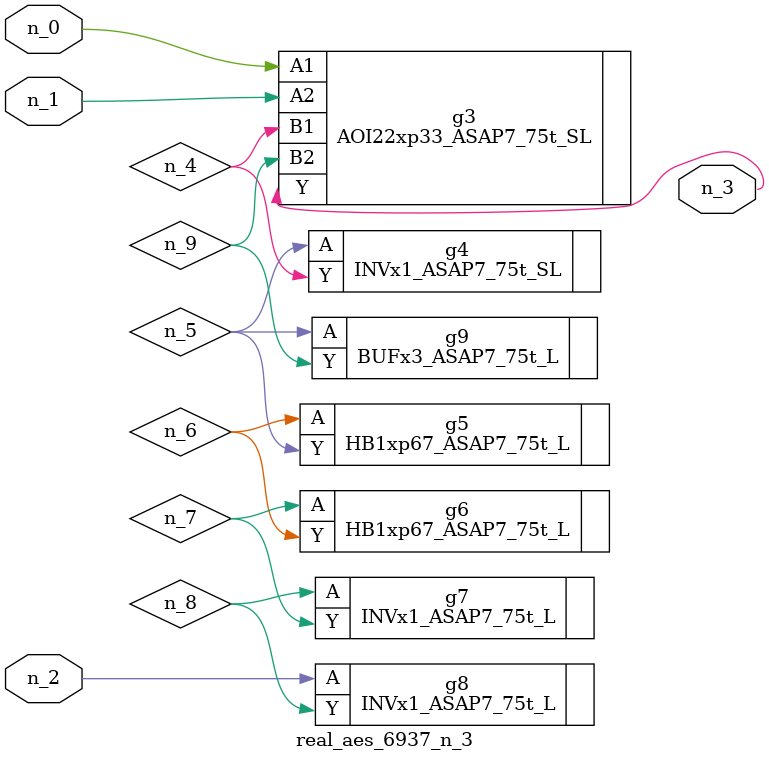
<source format=v>
module real_aes_6937_n_3 (n_0, n_2, n_1, n_3);
input n_0;
input n_2;
input n_1;
output n_3;
wire n_4;
wire n_5;
wire n_7;
wire n_9;
wire n_6;
wire n_8;
AOI22xp33_ASAP7_75t_SL g3 ( .A1(n_0), .A2(n_1), .B1(n_4), .B2(n_9), .Y(n_3) );
INVx1_ASAP7_75t_L g8 ( .A(n_2), .Y(n_8) );
INVx1_ASAP7_75t_SL g4 ( .A(n_5), .Y(n_4) );
BUFx3_ASAP7_75t_L g9 ( .A(n_5), .Y(n_9) );
HB1xp67_ASAP7_75t_L g5 ( .A(n_6), .Y(n_5) );
HB1xp67_ASAP7_75t_L g6 ( .A(n_7), .Y(n_6) );
INVx1_ASAP7_75t_L g7 ( .A(n_8), .Y(n_7) );
endmodule
</source>
